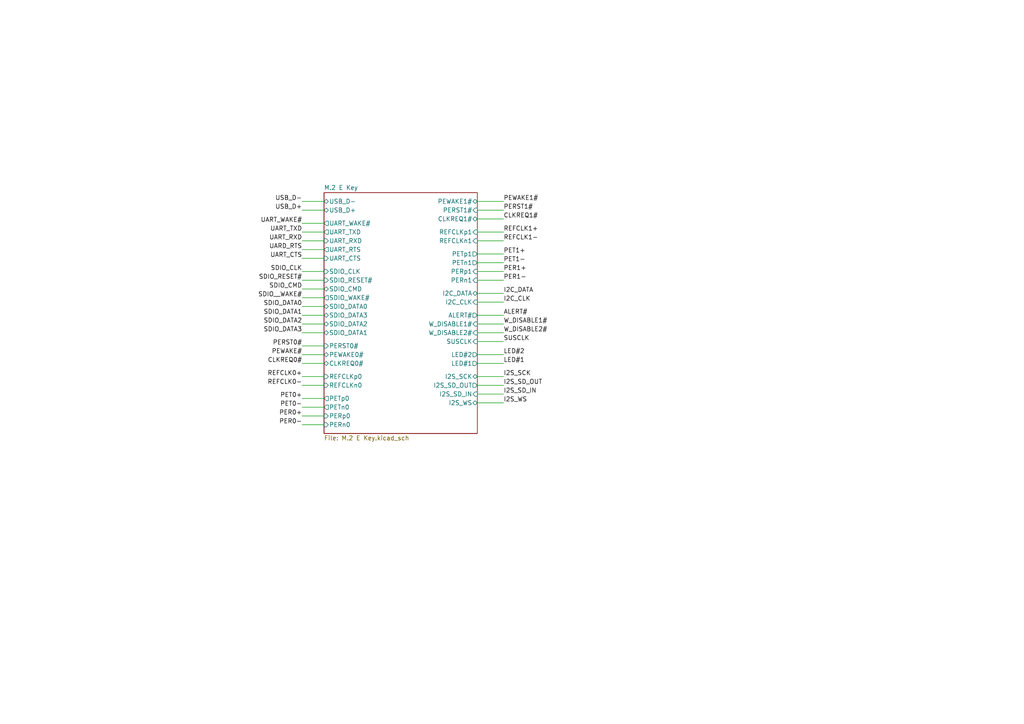
<source format=kicad_sch>
(kicad_sch
	(version 20250114)
	(generator "eeschema")
	(generator_version "9.0")
	(uuid "46745a17-6c0a-426e-aca0-328dec31be0b")
	(paper "A4")
	(lib_symbols)
	(wire
		(pts
			(xy 138.43 96.52) (xy 146.05 96.52)
		)
		(stroke
			(width 0)
			(type default)
		)
		(uuid "022bceea-7fd2-4a17-bbf2-7627547bb6cc")
	)
	(wire
		(pts
			(xy 87.63 86.36) (xy 93.98 86.36)
		)
		(stroke
			(width 0)
			(type default)
		)
		(uuid "0720ca2e-1701-4f57-8c19-c6bdf2e69352")
	)
	(wire
		(pts
			(xy 138.43 87.63) (xy 146.05 87.63)
		)
		(stroke
			(width 0)
			(type default)
		)
		(uuid "10875f94-eeaa-4de3-ab26-41c26c89c057")
	)
	(wire
		(pts
			(xy 138.43 60.96) (xy 146.05 60.96)
		)
		(stroke
			(width 0)
			(type default)
		)
		(uuid "28c05e5b-77db-4900-a285-38941406e35a")
	)
	(wire
		(pts
			(xy 87.63 100.33) (xy 93.98 100.33)
		)
		(stroke
			(width 0)
			(type default)
		)
		(uuid "296425e6-646d-463c-9d1c-f1343e5fc06f")
	)
	(wire
		(pts
			(xy 87.63 111.76) (xy 93.98 111.76)
		)
		(stroke
			(width 0)
			(type default)
		)
		(uuid "38c499fd-9f80-433f-bcf4-d41e025abd49")
	)
	(wire
		(pts
			(xy 87.63 60.96) (xy 93.98 60.96)
		)
		(stroke
			(width 0)
			(type default)
		)
		(uuid "3adc1b65-4510-433d-bc8f-94978da95f83")
	)
	(wire
		(pts
			(xy 138.43 69.85) (xy 146.05 69.85)
		)
		(stroke
			(width 0)
			(type default)
		)
		(uuid "3b789103-39b5-49a9-a74e-16e4d2e2fdca")
	)
	(wire
		(pts
			(xy 87.63 109.22) (xy 93.98 109.22)
		)
		(stroke
			(width 0)
			(type default)
		)
		(uuid "3da8532d-8219-41fa-88aa-6e57395fd3a3")
	)
	(wire
		(pts
			(xy 87.63 93.98) (xy 93.98 93.98)
		)
		(stroke
			(width 0)
			(type default)
		)
		(uuid "3f4ba821-b167-442d-b59e-3baf9c6c248e")
	)
	(wire
		(pts
			(xy 87.63 64.77) (xy 93.98 64.77)
		)
		(stroke
			(width 0)
			(type default)
		)
		(uuid "44f70746-b407-4570-a825-5d8a99be1148")
	)
	(wire
		(pts
			(xy 138.43 93.98) (xy 146.05 93.98)
		)
		(stroke
			(width 0)
			(type default)
		)
		(uuid "450a46c8-ee97-461d-b1f7-132254799010")
	)
	(wire
		(pts
			(xy 138.43 99.06) (xy 146.05 99.06)
		)
		(stroke
			(width 0)
			(type default)
		)
		(uuid "4ad943e8-805e-4b16-ac95-4a2ef975a034")
	)
	(wire
		(pts
			(xy 138.43 76.2) (xy 146.05 76.2)
		)
		(stroke
			(width 0)
			(type default)
		)
		(uuid "4d3f1988-da40-4770-a153-d923c6884c4e")
	)
	(wire
		(pts
			(xy 87.63 105.41) (xy 93.98 105.41)
		)
		(stroke
			(width 0)
			(type default)
		)
		(uuid "4db3bd58-aae4-457d-bff3-6fa89b7872d1")
	)
	(wire
		(pts
			(xy 138.43 102.87) (xy 146.05 102.87)
		)
		(stroke
			(width 0)
			(type default)
		)
		(uuid "5e03cfe8-6f38-49af-8e53-75a8469eae7a")
	)
	(wire
		(pts
			(xy 87.63 96.52) (xy 93.98 96.52)
		)
		(stroke
			(width 0)
			(type default)
		)
		(uuid "6a647387-b81e-4fef-878b-30c5a8a904df")
	)
	(wire
		(pts
			(xy 87.63 88.9) (xy 93.98 88.9)
		)
		(stroke
			(width 0)
			(type default)
		)
		(uuid "6c9b28be-b202-4cc1-8791-e42506470b3f")
	)
	(wire
		(pts
			(xy 138.43 78.74) (xy 146.05 78.74)
		)
		(stroke
			(width 0)
			(type default)
		)
		(uuid "78cedbae-6364-4163-8f0d-78aa0429b6cb")
	)
	(wire
		(pts
			(xy 138.43 109.22) (xy 146.05 109.22)
		)
		(stroke
			(width 0)
			(type default)
		)
		(uuid "79bb3258-7d27-4401-8dbc-a629d34f3967")
	)
	(wire
		(pts
			(xy 138.43 63.5) (xy 146.05 63.5)
		)
		(stroke
			(width 0)
			(type default)
		)
		(uuid "7aab2313-75ba-435f-a2fe-c7b1e9e27768")
	)
	(wire
		(pts
			(xy 87.63 102.87) (xy 93.98 102.87)
		)
		(stroke
			(width 0)
			(type default)
		)
		(uuid "805c7a7a-d1c7-484c-8bb7-c539a4776a7b")
	)
	(wire
		(pts
			(xy 138.43 73.66) (xy 146.05 73.66)
		)
		(stroke
			(width 0)
			(type default)
		)
		(uuid "881353c5-12de-4318-b5be-e77eb0d4d45d")
	)
	(wire
		(pts
			(xy 138.43 116.84) (xy 146.05 116.84)
		)
		(stroke
			(width 0)
			(type default)
		)
		(uuid "88b6d1bd-f2ae-4636-8ef4-0662f5966f61")
	)
	(wire
		(pts
			(xy 87.63 74.93) (xy 93.98 74.93)
		)
		(stroke
			(width 0)
			(type default)
		)
		(uuid "97ab6901-3640-44c7-8b6e-af7c102d7f54")
	)
	(wire
		(pts
			(xy 87.63 115.57) (xy 93.98 115.57)
		)
		(stroke
			(width 0)
			(type default)
		)
		(uuid "a6d98f1f-5ae3-4869-a2d8-28fd15f05f87")
	)
	(wire
		(pts
			(xy 138.43 91.44) (xy 146.05 91.44)
		)
		(stroke
			(width 0)
			(type default)
		)
		(uuid "aba9359b-7569-408b-b756-231d6e2da7f4")
	)
	(wire
		(pts
			(xy 87.63 123.19) (xy 93.98 123.19)
		)
		(stroke
			(width 0)
			(type default)
		)
		(uuid "c24fc07a-f4f6-4199-9bce-d4469c5d60cc")
	)
	(wire
		(pts
			(xy 87.63 118.11) (xy 93.98 118.11)
		)
		(stroke
			(width 0)
			(type default)
		)
		(uuid "c42a0e05-3815-48e9-849c-d6b3cc682e1f")
	)
	(wire
		(pts
			(xy 138.43 67.31) (xy 146.05 67.31)
		)
		(stroke
			(width 0)
			(type default)
		)
		(uuid "c5f505ea-e841-4aec-88c9-84ac82bc4502")
	)
	(wire
		(pts
			(xy 87.63 91.44) (xy 93.98 91.44)
		)
		(stroke
			(width 0)
			(type default)
		)
		(uuid "c97a8eac-5f94-4409-99f2-b7a39535a69b")
	)
	(wire
		(pts
			(xy 87.63 120.65) (xy 93.98 120.65)
		)
		(stroke
			(width 0)
			(type default)
		)
		(uuid "ca81b81f-2206-4d92-bf05-4879f0cd8799")
	)
	(wire
		(pts
			(xy 138.43 81.28) (xy 146.05 81.28)
		)
		(stroke
			(width 0)
			(type default)
		)
		(uuid "cb805453-7647-4332-8764-79e5d9eb5a11")
	)
	(wire
		(pts
			(xy 87.63 67.31) (xy 93.98 67.31)
		)
		(stroke
			(width 0)
			(type default)
		)
		(uuid "cc2a4c04-1530-4cc9-90c6-c191abb391e1")
	)
	(wire
		(pts
			(xy 138.43 58.42) (xy 146.05 58.42)
		)
		(stroke
			(width 0)
			(type default)
		)
		(uuid "d19f05e7-eb80-4e07-bd9e-1025bef7a16f")
	)
	(wire
		(pts
			(xy 138.43 105.41) (xy 146.05 105.41)
		)
		(stroke
			(width 0)
			(type default)
		)
		(uuid "d33a3c70-c3a4-4d34-aab8-86916d7abb69")
	)
	(wire
		(pts
			(xy 87.63 58.42) (xy 93.98 58.42)
		)
		(stroke
			(width 0)
			(type default)
		)
		(uuid "d5d2676f-8f3f-42e5-90c9-62bebaa9f641")
	)
	(wire
		(pts
			(xy 138.43 111.76) (xy 146.05 111.76)
		)
		(stroke
			(width 0)
			(type default)
		)
		(uuid "d75de9cf-cf4c-4b86-b43a-b36ddb7f2b23")
	)
	(wire
		(pts
			(xy 138.43 85.09) (xy 146.05 85.09)
		)
		(stroke
			(width 0)
			(type default)
		)
		(uuid "de0c5619-9e42-4a78-bc82-d5f905350ba4")
	)
	(wire
		(pts
			(xy 87.63 72.39) (xy 93.98 72.39)
		)
		(stroke
			(width 0)
			(type default)
		)
		(uuid "dfc32506-5778-45bb-bd56-2e450c4cd308")
	)
	(wire
		(pts
			(xy 138.43 114.3) (xy 146.05 114.3)
		)
		(stroke
			(width 0)
			(type default)
		)
		(uuid "e52881db-5f0b-4d88-9ad4-223cd8acff9b")
	)
	(wire
		(pts
			(xy 87.63 69.85) (xy 93.98 69.85)
		)
		(stroke
			(width 0)
			(type default)
		)
		(uuid "e6b74b06-e11e-4ec4-8feb-ee4f2009d722")
	)
	(wire
		(pts
			(xy 87.63 83.82) (xy 93.98 83.82)
		)
		(stroke
			(width 0)
			(type default)
		)
		(uuid "e99f66c4-0cda-497f-ad58-0324ba86eaf6")
	)
	(wire
		(pts
			(xy 87.63 78.74) (xy 93.98 78.74)
		)
		(stroke
			(width 0)
			(type default)
		)
		(uuid "eb71f52b-69ff-4eef-a363-9446b64e083d")
	)
	(wire
		(pts
			(xy 87.63 81.28) (xy 93.98 81.28)
		)
		(stroke
			(width 0)
			(type default)
		)
		(uuid "f4350a2b-7556-407f-827d-cfcbcf812881")
	)
	(label "UART_WAKE#"
		(at 87.63 64.77 180)
		(effects
			(font
				(size 1.27 1.27)
			)
			(justify right bottom)
		)
		(uuid "0ad966f0-ee9c-4a8f-b095-2d6828614e2f")
	)
	(label "PER1+"
		(at 146.05 78.74 0)
		(effects
			(font
				(size 1.27 1.27)
			)
			(justify left bottom)
		)
		(uuid "177013f3-6d7d-4a9d-a1a6-e78a5e982058")
	)
	(label "PER1-"
		(at 146.05 81.28 0)
		(effects
			(font
				(size 1.27 1.27)
			)
			(justify left bottom)
		)
		(uuid "1acf25c3-9ca3-4b1e-8507-a811963a1f1b")
	)
	(label "REFCLK0+"
		(at 87.63 109.22 180)
		(effects
			(font
				(size 1.27 1.27)
			)
			(justify right bottom)
		)
		(uuid "1ad7d3b1-a684-4de0-808d-2a130eda07bb")
	)
	(label "LED#2"
		(at 146.05 102.87 0)
		(effects
			(font
				(size 1.27 1.27)
			)
			(justify left bottom)
		)
		(uuid "2c9fc321-a04f-4cd5-979a-9d6117d87a7c")
	)
	(label "PET0+"
		(at 87.63 115.57 180)
		(effects
			(font
				(size 1.27 1.27)
			)
			(justify right bottom)
		)
		(uuid "2d9c66b4-c98a-4f24-9b43-008f2a48e71f")
	)
	(label "I2C_CLK"
		(at 146.05 87.63 0)
		(effects
			(font
				(size 1.27 1.27)
			)
			(justify left bottom)
		)
		(uuid "2f1365d5-c66d-43b2-88dc-e77ef68c2742")
	)
	(label "PEWAKE1#"
		(at 146.05 58.42 0)
		(effects
			(font
				(size 1.27 1.27)
			)
			(justify left bottom)
		)
		(uuid "32424ab8-fffa-401a-8229-1ac08265fd98")
	)
	(label "PEWAKE#"
		(at 87.63 102.87 180)
		(effects
			(font
				(size 1.27 1.27)
			)
			(justify right bottom)
		)
		(uuid "395fd98e-77fb-40c9-8d06-a7f4b4441cb4")
	)
	(label "REFCLK0-"
		(at 87.63 111.76 180)
		(effects
			(font
				(size 1.27 1.27)
			)
			(justify right bottom)
		)
		(uuid "3a001bb9-f193-443c-8431-28d01cb5cc6b")
	)
	(label "CLKREQ1#"
		(at 146.05 63.5 0)
		(effects
			(font
				(size 1.27 1.27)
			)
			(justify left bottom)
		)
		(uuid "3e14c9d5-f638-4c05-b37f-4925d02bb5f3")
	)
	(label "REFCLK1+"
		(at 146.05 67.31 0)
		(effects
			(font
				(size 1.27 1.27)
			)
			(justify left bottom)
		)
		(uuid "3e2d4992-3245-453c-b492-25a6b8c06aad")
	)
	(label "SDIO_DATA1"
		(at 87.63 91.44 180)
		(effects
			(font
				(size 1.27 1.27)
			)
			(justify right bottom)
		)
		(uuid "46b1636a-afad-4939-8087-661967b7fb5e")
	)
	(label "UARD_RTS"
		(at 87.63 72.39 180)
		(effects
			(font
				(size 1.27 1.27)
			)
			(justify right bottom)
		)
		(uuid "5c1fb008-c6c7-48a4-9a48-ce74b55a9850")
	)
	(label "PER0-"
		(at 87.63 123.19 180)
		(effects
			(font
				(size 1.27 1.27)
			)
			(justify right bottom)
		)
		(uuid "613ac540-abb6-4643-bc63-3bf25632578e")
	)
	(label "LED#1"
		(at 146.05 105.41 0)
		(effects
			(font
				(size 1.27 1.27)
			)
			(justify left bottom)
		)
		(uuid "62130ef4-c061-4acd-acb4-9c4d508ed843")
	)
	(label "SDIO_DATA0"
		(at 87.63 88.9 180)
		(effects
			(font
				(size 1.27 1.27)
			)
			(justify right bottom)
		)
		(uuid "6346ad98-fbf8-402f-b442-f1e26f571d1b")
	)
	(label "I2S_SD_OUT"
		(at 146.05 111.76 0)
		(effects
			(font
				(size 1.27 1.27)
			)
			(justify left bottom)
		)
		(uuid "6ba61ad4-54b4-4f90-ad42-12b5f2da2714")
	)
	(label "PET1-"
		(at 146.05 76.2 0)
		(effects
			(font
				(size 1.27 1.27)
			)
			(justify left bottom)
		)
		(uuid "6f25c1fe-0952-4e89-9fda-562914442a62")
	)
	(label "SDIO__WAKE#"
		(at 87.63 86.36 180)
		(effects
			(font
				(size 1.27 1.27)
			)
			(justify right bottom)
		)
		(uuid "730401b0-1128-43ab-b539-dfd3774c568b")
	)
	(label "SDIO_CMD"
		(at 87.63 83.82 180)
		(effects
			(font
				(size 1.27 1.27)
			)
			(justify right bottom)
		)
		(uuid "898010ae-d172-47fe-b13d-0d46465dacd0")
	)
	(label "UART_RXD"
		(at 87.63 69.85 180)
		(effects
			(font
				(size 1.27 1.27)
			)
			(justify right bottom)
		)
		(uuid "89ec80a1-153c-4718-91d5-7a06e2499d70")
	)
	(label "SDIO_DATA3"
		(at 87.63 96.52 180)
		(effects
			(font
				(size 1.27 1.27)
			)
			(justify right bottom)
		)
		(uuid "8b64bd7a-1c07-4519-bd4d-caf5f026676b")
	)
	(label "I2S_WS"
		(at 146.05 116.84 0)
		(effects
			(font
				(size 1.27 1.27)
			)
			(justify left bottom)
		)
		(uuid "8e2e5259-2f95-41b7-a8a2-b63bc004a466")
	)
	(label "SDIO_DATA2"
		(at 87.63 93.98 180)
		(effects
			(font
				(size 1.27 1.27)
			)
			(justify right bottom)
		)
		(uuid "92223378-bc84-4b66-b55d-1b56e512c9cc")
	)
	(label "ALERT#"
		(at 146.05 91.44 0)
		(effects
			(font
				(size 1.27 1.27)
			)
			(justify left bottom)
		)
		(uuid "9402fe84-8409-4b18-9e54-49706e988f0c")
	)
	(label "PERST0#"
		(at 87.63 100.33 180)
		(effects
			(font
				(size 1.27 1.27)
			)
			(justify right bottom)
		)
		(uuid "9716beb9-b3e1-427b-87ca-6e33cd8baf22")
	)
	(label "SDIO_CLK"
		(at 87.63 78.74 180)
		(effects
			(font
				(size 1.27 1.27)
			)
			(justify right bottom)
		)
		(uuid "9b050033-921b-481f-a72f-050189bf9e1a")
	)
	(label "I2S_SCK"
		(at 146.05 109.22 0)
		(effects
			(font
				(size 1.27 1.27)
			)
			(justify left bottom)
		)
		(uuid "9d664df8-a2c5-442a-9821-3a5a1cba5b81")
	)
	(label "SUSCLK"
		(at 146.05 99.06 0)
		(effects
			(font
				(size 1.27 1.27)
			)
			(justify left bottom)
		)
		(uuid "a312682c-9ab3-4a53-902a-1ee08923872a")
	)
	(label "REFCLK1-"
		(at 146.05 69.85 0)
		(effects
			(font
				(size 1.27 1.27)
			)
			(justify left bottom)
		)
		(uuid "b68cec2a-538f-403d-8ffb-229f6c9e3db7")
	)
	(label "I2C_DATA"
		(at 146.05 85.09 0)
		(effects
			(font
				(size 1.27 1.27)
			)
			(justify left bottom)
		)
		(uuid "bd5c5da4-35ab-4869-a086-bee4e775fc0b")
	)
	(label "UART_CTS"
		(at 87.63 74.93 180)
		(effects
			(font
				(size 1.27 1.27)
			)
			(justify right bottom)
		)
		(uuid "c0fd698a-e4e5-4b3c-a8e5-53d018eea959")
	)
	(label "USB_D-"
		(at 87.63 58.42 180)
		(effects
			(font
				(size 1.27 1.27)
			)
			(justify right bottom)
		)
		(uuid "c2334486-15b1-48f5-8947-f3b552462d53")
	)
	(label "CLKREQ0#"
		(at 87.63 105.41 180)
		(effects
			(font
				(size 1.27 1.27)
			)
			(justify right bottom)
		)
		(uuid "ce14264c-0f49-4d82-aeb8-c8cb71ff2e27")
	)
	(label "W_DISABLE1#"
		(at 146.05 93.98 0)
		(effects
			(font
				(size 1.27 1.27)
			)
			(justify left bottom)
		)
		(uuid "d3169686-2591-4a2f-9abb-89b7edfa1f02")
	)
	(label "PET0-"
		(at 87.63 118.11 180)
		(effects
			(font
				(size 1.27 1.27)
			)
			(justify right bottom)
		)
		(uuid "d32b5053-cff6-4436-a53c-e1a30e8af9bb")
	)
	(label "PER0+"
		(at 87.63 120.65 180)
		(effects
			(font
				(size 1.27 1.27)
			)
			(justify right bottom)
		)
		(uuid "d5672c0d-10e3-4518-9851-4aa9c537d24f")
	)
	(label "W_DISABLE2#"
		(at 146.05 96.52 0)
		(effects
			(font
				(size 1.27 1.27)
			)
			(justify left bottom)
		)
		(uuid "db675311-7815-46e3-b17a-97996f5d8c06")
	)
	(label "SDIO_RESET#"
		(at 87.63 81.28 180)
		(effects
			(font
				(size 1.27 1.27)
			)
			(justify right bottom)
		)
		(uuid "de741ae1-38d9-4da1-8780-63dcc03f7c3f")
	)
	(label "I2S_SD_IN"
		(at 146.05 114.3 0)
		(effects
			(font
				(size 1.27 1.27)
			)
			(justify left bottom)
		)
		(uuid "e045b880-553a-4697-872e-c34871c85443")
	)
	(label "USB_D+"
		(at 87.63 60.96 180)
		(effects
			(font
				(size 1.27 1.27)
			)
			(justify right bottom)
		)
		(uuid "e26672ea-b6e3-4fd2-88f0-51fb02dfdb84")
	)
	(label "PERST1#"
		(at 146.05 60.96 0)
		(effects
			(font
				(size 1.27 1.27)
			)
			(justify left bottom)
		)
		(uuid "e2db0dad-47bc-46d8-bda2-419e7c1859c6")
	)
	(label "UART_TXD"
		(at 87.63 67.31 180)
		(effects
			(font
				(size 1.27 1.27)
			)
			(justify right bottom)
		)
		(uuid "f1fe14dd-d4b4-4343-aeaf-d3052e430991")
	)
	(label "PET1+"
		(at 146.05 73.66 0)
		(effects
			(font
				(size 1.27 1.27)
			)
			(justify left bottom)
		)
		(uuid "fa70d48b-d7d2-4757-a217-daf614cc3624")
	)
	(sheet
		(at 93.98 55.88)
		(size 44.45 69.85)
		(exclude_from_sim no)
		(in_bom yes)
		(on_board yes)
		(dnp no)
		(fields_autoplaced yes)
		(stroke
			(width 0.1524)
			(type solid)
		)
		(fill
			(color 0 0 0 0.0000)
		)
		(uuid "c428767f-6578-427a-bed2-1ce2d6f1fe26")
		(property "Sheetname" "M.2 E Key"
			(at 93.98 55.1684 0)
			(effects
				(font
					(size 1.27 1.27)
				)
				(justify left bottom)
			)
		)
		(property "Sheetfile" "M.2 E Key.kicad_sch"
			(at 93.98 126.3146 0)
			(effects
				(font
					(size 1.27 1.27)
				)
				(justify left top)
			)
		)
		(pin "USB_D-" bidirectional
			(at 93.98 58.42 180)
			(uuid "63201275-9175-40c7-ac6f-865afce5449e")
			(effects
				(font
					(size 1.27 1.27)
				)
				(justify left)
			)
		)
		(pin "USB_D+" bidirectional
			(at 93.98 60.96 180)
			(uuid "b9c961bf-d2ea-4e54-a28c-8c73c3745a58")
			(effects
				(font
					(size 1.27 1.27)
				)
				(justify left)
			)
		)
		(pin "UART_WAKE#" output
			(at 93.98 64.77 180)
			(uuid "58dc42df-7170-46f1-9c3b-995c5b93f00d")
			(effects
				(font
					(size 1.27 1.27)
				)
				(justify left)
			)
		)
		(pin "UART_TXD" output
			(at 93.98 67.31 180)
			(uuid "9867ef4a-e902-453b-adb3-2b2eef4679b5")
			(effects
				(font
					(size 1.27 1.27)
				)
				(justify left)
			)
		)
		(pin "UART_RTS" output
			(at 93.98 72.39 180)
			(uuid "0e3958be-5877-4cae-bc0d-ea8155c995f3")
			(effects
				(font
					(size 1.27 1.27)
				)
				(justify left)
			)
		)
		(pin "UART_RXD" input
			(at 93.98 69.85 180)
			(uuid "df6293ef-67ff-4b0f-99e0-dfa4bd7c0ae8")
			(effects
				(font
					(size 1.27 1.27)
				)
				(justify left)
			)
		)
		(pin "UART_CTS" input
			(at 93.98 74.93 180)
			(uuid "08a89ead-19dc-4d07-8832-8025e7ae6afd")
			(effects
				(font
					(size 1.27 1.27)
				)
				(justify left)
			)
		)
		(pin "SDIO_CLK" input
			(at 93.98 78.74 180)
			(uuid "2cc38ac3-2e27-474a-b044-d6f8178eb012")
			(effects
				(font
					(size 1.27 1.27)
				)
				(justify left)
			)
		)
		(pin "SDIO_RESET#" input
			(at 93.98 81.28 180)
			(uuid "3f42c468-29e0-4715-8d97-d8f2b25b1375")
			(effects
				(font
					(size 1.27 1.27)
				)
				(justify left)
			)
		)
		(pin "SDIO_CMD" bidirectional
			(at 93.98 83.82 180)
			(uuid "9766a41b-4258-4d85-a825-defc4a5a62f4")
			(effects
				(font
					(size 1.27 1.27)
				)
				(justify left)
			)
		)
		(pin "SDIO_WAKE#" output
			(at 93.98 86.36 180)
			(uuid "7abee221-2dcd-4b88-9f9e-bcabcee0a79a")
			(effects
				(font
					(size 1.27 1.27)
				)
				(justify left)
			)
		)
		(pin "SDIO_DATA0" bidirectional
			(at 93.98 88.9 180)
			(uuid "ffc282d8-2967-43f5-8592-bd2fca1ba079")
			(effects
				(font
					(size 1.27 1.27)
				)
				(justify left)
			)
		)
		(pin "SDIO_DATA3" bidirectional
			(at 93.98 91.44 180)
			(uuid "dcc83f80-e9d9-4879-b9df-1545b4d76341")
			(effects
				(font
					(size 1.27 1.27)
				)
				(justify left)
			)
		)
		(pin "SDIO_DATA2" bidirectional
			(at 93.98 93.98 180)
			(uuid "8f789df9-65e2-4e8e-8b8d-b26043ac6f47")
			(effects
				(font
					(size 1.27 1.27)
				)
				(justify left)
			)
		)
		(pin "SDIO_DATA1" bidirectional
			(at 93.98 96.52 180)
			(uuid "a5c907bd-3225-43ce-bf5d-b2018bdf6364")
			(effects
				(font
					(size 1.27 1.27)
				)
				(justify left)
			)
		)
		(pin "PERST0#" input
			(at 93.98 100.33 180)
			(uuid "a60f9a90-9ae7-46c9-86cf-73b0183d6316")
			(effects
				(font
					(size 1.27 1.27)
				)
				(justify left)
			)
		)
		(pin "PEWAKE0#" bidirectional
			(at 93.98 102.87 180)
			(uuid "e30b4230-cb05-4316-9a8f-51fd67adf043")
			(effects
				(font
					(size 1.27 1.27)
				)
				(justify left)
			)
		)
		(pin "CLKREQ0#" bidirectional
			(at 93.98 105.41 180)
			(uuid "c16431fe-9625-4b4b-889e-90404858f067")
			(effects
				(font
					(size 1.27 1.27)
				)
				(justify left)
			)
		)
		(pin "REFCLKp0" input
			(at 93.98 109.22 180)
			(uuid "d27d208d-61c8-4aab-a41f-4f72d51a7954")
			(effects
				(font
					(size 1.27 1.27)
				)
				(justify left)
			)
		)
		(pin "REFCLKn0" input
			(at 93.98 111.76 180)
			(uuid "85c7e9fd-824d-4629-921b-ebbaa7cba256")
			(effects
				(font
					(size 1.27 1.27)
				)
				(justify left)
			)
		)
		(pin "PETn0" output
			(at 93.98 118.11 180)
			(uuid "99cbbdd4-09a9-4e2b-ba2c-4009ef03dbc2")
			(effects
				(font
					(size 1.27 1.27)
				)
				(justify left)
			)
		)
		(pin "PETp0" output
			(at 93.98 115.57 180)
			(uuid "f820cd61-c209-47a8-92fa-152decf65ef3")
			(effects
				(font
					(size 1.27 1.27)
				)
				(justify left)
			)
		)
		(pin "PERn0" input
			(at 93.98 123.19 180)
			(uuid "cce75e6c-ebcf-45a5-8820-a471fe214922")
			(effects
				(font
					(size 1.27 1.27)
				)
				(justify left)
			)
		)
		(pin "PERp0" input
			(at 93.98 120.65 180)
			(uuid "237e0aae-c7e7-4bac-8575-d3ba3bb7fc7e")
			(effects
				(font
					(size 1.27 1.27)
				)
				(justify left)
			)
		)
		(pin "PEWAKE1#" bidirectional
			(at 138.43 58.42 0)
			(uuid "7a89099a-e302-48be-9cc7-f9180db886b1")
			(effects
				(font
					(size 1.27 1.27)
				)
				(justify right)
			)
		)
		(pin "PERST1#" input
			(at 138.43 60.96 0)
			(uuid "c177cd9d-4b24-47c3-8752-f377a5741aea")
			(effects
				(font
					(size 1.27 1.27)
				)
				(justify right)
			)
		)
		(pin "CLKREQ1#" bidirectional
			(at 138.43 63.5 0)
			(uuid "a556783c-f102-4f3f-a51d-6a1e244ab57d")
			(effects
				(font
					(size 1.27 1.27)
				)
				(justify right)
			)
		)
		(pin "REFCLKn1" input
			(at 138.43 69.85 0)
			(uuid "9c70b0b1-f46b-49b4-a42a-f8a073cd0745")
			(effects
				(font
					(size 1.27 1.27)
				)
				(justify right)
			)
		)
		(pin "REFCLKp1" input
			(at 138.43 67.31 0)
			(uuid "25eab73a-fa96-44e4-be9f-761dac0565fb")
			(effects
				(font
					(size 1.27 1.27)
				)
				(justify right)
			)
		)
		(pin "PETn1" output
			(at 138.43 76.2 0)
			(uuid "4de7d400-1a59-4e87-9094-e1c2cc978591")
			(effects
				(font
					(size 1.27 1.27)
				)
				(justify right)
			)
		)
		(pin "PETp1" output
			(at 138.43 73.66 0)
			(uuid "c3b4abd2-1a2a-406e-bbde-d658a7de2c78")
			(effects
				(font
					(size 1.27 1.27)
				)
				(justify right)
			)
		)
		(pin "PERp1" input
			(at 138.43 78.74 0)
			(uuid "a3003b70-97fc-494c-90c1-d21dd4c05691")
			(effects
				(font
					(size 1.27 1.27)
				)
				(justify right)
			)
		)
		(pin "PERn1" input
			(at 138.43 81.28 0)
			(uuid "4f3c53ea-0691-4927-b623-2d8ab53632cc")
			(effects
				(font
					(size 1.27 1.27)
				)
				(justify right)
			)
		)
		(pin "I2C_DATA" bidirectional
			(at 138.43 85.09 0)
			(uuid "156d33fd-fd91-43ba-bd8e-ae8fc4d7d808")
			(effects
				(font
					(size 1.27 1.27)
				)
				(justify right)
			)
		)
		(pin "I2C_CLK" input
			(at 138.43 87.63 0)
			(uuid "2ad6667e-d0c1-4d52-a8c5-f8f454c88913")
			(effects
				(font
					(size 1.27 1.27)
				)
				(justify right)
			)
		)
		(pin "ALERT#" output
			(at 138.43 91.44 0)
			(uuid "2c5b25a4-14ab-492d-911b-c823be12849d")
			(effects
				(font
					(size 1.27 1.27)
				)
				(justify right)
			)
		)
		(pin "W_DISABLE1#" input
			(at 138.43 93.98 0)
			(uuid "315e994e-80f9-4d1f-80c2-35b8ea0a1200")
			(effects
				(font
					(size 1.27 1.27)
				)
				(justify right)
			)
		)
		(pin "SUSCLK" input
			(at 138.43 99.06 0)
			(uuid "2845b170-3645-456c-a44f-4cda499a5d1a")
			(effects
				(font
					(size 1.27 1.27)
				)
				(justify right)
			)
		)
		(pin "W_DISABLE2#" input
			(at 138.43 96.52 0)
			(uuid "2a2466d1-2e02-4b79-a2a7-c0e85de124c7")
			(effects
				(font
					(size 1.27 1.27)
				)
				(justify right)
			)
		)
		(pin "LED#2" output
			(at 138.43 102.87 0)
			(uuid "5a9b918c-7310-46d5-86a9-2483dc264d79")
			(effects
				(font
					(size 1.27 1.27)
				)
				(justify right)
			)
		)
		(pin "LED#1" output
			(at 138.43 105.41 0)
			(uuid "ae507cc3-dbf7-443c-9fb3-90adbaee1509")
			(effects
				(font
					(size 1.27 1.27)
				)
				(justify right)
			)
		)
		(pin "I2S_SCK" bidirectional
			(at 138.43 109.22 0)
			(uuid "8aaa4ec8-d469-41e7-b74f-208863bacd4b")
			(effects
				(font
					(size 1.27 1.27)
				)
				(justify right)
			)
		)
		(pin "I2S_SD_OUT" output
			(at 138.43 111.76 0)
			(uuid "59e17e5c-80a5-429b-9028-ae0187a04b73")
			(effects
				(font
					(size 1.27 1.27)
				)
				(justify right)
			)
		)
		(pin "I2S_WS" bidirectional
			(at 138.43 116.84 0)
			(uuid "3ddf5c9d-bf38-4dc1-b138-a888b71edfde")
			(effects
				(font
					(size 1.27 1.27)
				)
				(justify right)
			)
		)
		(pin "I2S_SD_IN" input
			(at 138.43 114.3 0)
			(uuid "85ae5440-2662-4ca1-b315-ff606f0210f2")
			(effects
				(font
					(size 1.27 1.27)
				)
				(justify right)
			)
		)
		(instances
			(project "M.2 E Key 2260"
				(path "/46745a17-6c0a-426e-aca0-328dec31be0b"
					(page "2")
				)
			)
		)
	)
	(sheet_instances
		(path "/"
			(page "1")
		)
	)
	(embedded_fonts no)
)

</source>
